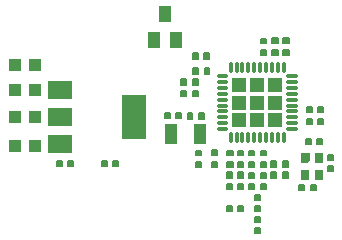
<source format=gbr>
G04 EAGLE Gerber RS-274X export*
G75*
%MOMM*%
%FSLAX34Y34*%
%LPD*%
%INSolderpaste Bottom*%
%IPPOS*%
%AMOC8*
5,1,8,0,0,1.08239X$1,22.5*%
G01*
%ADD10R,1.000000X1.400000*%
%ADD11C,0.177000*%
%ADD12R,1.200578X1.200578*%
%ADD13R,1.201197X1.204200*%
%ADD14R,1.201694X1.197459*%
%ADD15R,1.196956X1.207109*%
%ADD16R,1.198988X1.200675*%
%ADD17R,1.197738X1.197738*%
%ADD18R,1.204091X1.204091*%
%ADD19R,1.205759X1.201647*%
%ADD20R,1.201550X1.199331*%
%ADD21C,0.300000*%
%ADD22R,0.750000X0.850000*%
%ADD23R,1.000000X1.800000*%
%ADD24R,1.100000X1.000000*%
%ADD25R,2.006600X1.498600*%
%ADD26R,2.006600X3.810000*%

G36*
X266274Y123559D02*
X266274Y123559D01*
X266331Y123569D01*
X266345Y123580D01*
X266353Y123582D01*
X266362Y123592D01*
X266397Y123617D01*
X268897Y126117D01*
X268925Y126168D01*
X268958Y126216D01*
X268961Y126233D01*
X268965Y126240D01*
X268964Y126253D01*
X268971Y126296D01*
X268971Y131796D01*
X268967Y131811D01*
X268969Y131827D01*
X268948Y131878D01*
X268932Y131931D01*
X268920Y131942D01*
X268914Y131956D01*
X268868Y131988D01*
X268827Y132025D01*
X268811Y132027D01*
X268798Y132036D01*
X268718Y132049D01*
X261718Y132049D01*
X261703Y132045D01*
X261687Y132047D01*
X261636Y132026D01*
X261583Y132010D01*
X261572Y131998D01*
X261558Y131992D01*
X261526Y131946D01*
X261489Y131905D01*
X261487Y131889D01*
X261478Y131876D01*
X261465Y131796D01*
X261465Y123796D01*
X261469Y123781D01*
X261467Y123765D01*
X261488Y123714D01*
X261504Y123661D01*
X261516Y123650D01*
X261522Y123636D01*
X261568Y123604D01*
X261609Y123567D01*
X261625Y123565D01*
X261638Y123556D01*
X261718Y123543D01*
X266218Y123543D01*
X266274Y123559D01*
G37*
D10*
X146400Y249270D03*
X136900Y227270D03*
X155900Y227270D03*
D11*
X227295Y133865D02*
X227295Y129735D01*
X227295Y133865D02*
X231925Y133865D01*
X231925Y129735D01*
X227295Y129735D01*
X227295Y131416D02*
X231925Y131416D01*
X231925Y133097D02*
X227295Y133097D01*
X227295Y124265D02*
X227295Y120135D01*
X227295Y124265D02*
X231925Y124265D01*
X231925Y120135D01*
X227295Y120135D01*
X227295Y121816D02*
X231925Y121816D01*
X231925Y123497D02*
X227295Y123497D01*
X221925Y124265D02*
X221925Y120135D01*
X217295Y120135D01*
X217295Y124265D01*
X221925Y124265D01*
X221925Y121816D02*
X217295Y121816D01*
X217295Y123497D02*
X221925Y123497D01*
X221925Y129735D02*
X221925Y133865D01*
X221925Y129735D02*
X217295Y129735D01*
X217295Y133865D01*
X221925Y133865D01*
X221925Y131416D02*
X217295Y131416D01*
X217295Y133097D02*
X221925Y133097D01*
X236495Y110735D02*
X240625Y110735D01*
X236495Y110735D02*
X236495Y115365D01*
X240625Y115365D01*
X240625Y110735D01*
X240625Y112416D02*
X236495Y112416D01*
X236495Y114097D02*
X240625Y114097D01*
X246095Y110735D02*
X250225Y110735D01*
X246095Y110735D02*
X246095Y115365D01*
X250225Y115365D01*
X250225Y110735D01*
X250225Y112416D02*
X246095Y112416D01*
X246095Y114097D02*
X250225Y114097D01*
X221925Y105515D02*
X221925Y101385D01*
X217295Y101385D01*
X217295Y105515D01*
X221925Y105515D01*
X221925Y103066D02*
X217295Y103066D01*
X217295Y104747D02*
X221925Y104747D01*
X221925Y110985D02*
X221925Y115115D01*
X221925Y110985D02*
X217295Y110985D01*
X217295Y115115D01*
X221925Y115115D01*
X221925Y112666D02*
X217295Y112666D01*
X217295Y114347D02*
X221925Y114347D01*
X203125Y101135D02*
X198995Y101135D01*
X198995Y105765D01*
X203125Y105765D01*
X203125Y101135D01*
X203125Y102816D02*
X198995Y102816D01*
X198995Y104497D02*
X203125Y104497D01*
X208595Y101135D02*
X212725Y101135D01*
X208595Y101135D02*
X208595Y105765D01*
X212725Y105765D01*
X212725Y101135D01*
X212725Y102816D02*
X208595Y102816D01*
X208595Y104497D02*
X212725Y104497D01*
X212725Y87015D02*
X208595Y87015D01*
X212725Y87015D02*
X212725Y82385D01*
X208595Y82385D01*
X208595Y87015D01*
X208595Y84066D02*
X212725Y84066D01*
X212725Y85747D02*
X208595Y85747D01*
X203125Y87015D02*
X198995Y87015D01*
X203125Y87015D02*
X203125Y82385D01*
X198995Y82385D01*
X198995Y87015D01*
X198995Y84066D02*
X203125Y84066D01*
X203125Y85747D02*
X198995Y85747D01*
X208595Y115365D02*
X212725Y115365D01*
X212725Y110735D01*
X208595Y110735D01*
X208595Y115365D01*
X208595Y112416D02*
X212725Y112416D01*
X212725Y114097D02*
X208595Y114097D01*
X203125Y115365D02*
X198995Y115365D01*
X203125Y115365D02*
X203125Y110735D01*
X198995Y110735D01*
X198995Y115365D01*
X198995Y112416D02*
X203125Y112416D01*
X203125Y114097D02*
X198995Y114097D01*
X227295Y115115D02*
X227295Y110985D01*
X227295Y115115D02*
X231925Y115115D01*
X231925Y110985D01*
X227295Y110985D01*
X227295Y112666D02*
X231925Y112666D01*
X231925Y114347D02*
X227295Y114347D01*
X227295Y105515D02*
X227295Y101385D01*
X227295Y105515D02*
X231925Y105515D01*
X231925Y101385D01*
X227295Y101385D01*
X227295Y103066D02*
X231925Y103066D01*
X231925Y104747D02*
X227295Y104747D01*
X276325Y171079D02*
X280455Y171079D01*
X280455Y166449D01*
X276325Y166449D01*
X276325Y171079D01*
X276325Y168130D02*
X280455Y168130D01*
X280455Y169811D02*
X276325Y169811D01*
X270855Y171079D02*
X266725Y171079D01*
X270855Y171079D02*
X270855Y166449D01*
X266725Y166449D01*
X266725Y171079D01*
X266725Y168130D02*
X270855Y168130D01*
X270855Y169811D02*
X266725Y169811D01*
X266725Y156137D02*
X270855Y156137D01*
X266725Y156137D02*
X266725Y160767D01*
X270855Y160767D01*
X270855Y156137D01*
X270855Y157818D02*
X266725Y157818D01*
X266725Y159499D02*
X270855Y159499D01*
X276325Y156137D02*
X280455Y156137D01*
X276325Y156137D02*
X276325Y160767D01*
X280455Y160767D01*
X280455Y156137D01*
X280455Y157818D02*
X276325Y157818D01*
X276325Y159499D02*
X280455Y159499D01*
X222295Y96365D02*
X222295Y92235D01*
X222295Y96365D02*
X226925Y96365D01*
X226925Y92235D01*
X222295Y92235D01*
X222295Y93916D02*
X226925Y93916D01*
X226925Y95597D02*
X222295Y95597D01*
X222295Y86765D02*
X222295Y82635D01*
X222295Y86765D02*
X226925Y86765D01*
X226925Y82635D01*
X222295Y82635D01*
X222295Y84316D02*
X226925Y84316D01*
X226925Y85997D02*
X222295Y85997D01*
X222295Y77615D02*
X222295Y73485D01*
X222295Y77615D02*
X226925Y77615D01*
X226925Y73485D01*
X222295Y73485D01*
X222295Y75166D02*
X226925Y75166D01*
X226925Y76847D02*
X222295Y76847D01*
X222295Y68015D02*
X222295Y63885D01*
X222295Y68015D02*
X226925Y68015D01*
X226925Y63885D01*
X222295Y63885D01*
X222295Y65566D02*
X226925Y65566D01*
X226925Y67247D02*
X222295Y67247D01*
D12*
X224413Y174503D03*
D13*
X224416Y189521D03*
D14*
X224418Y159487D03*
D15*
X209395Y189536D03*
D16*
X209405Y174503D03*
D17*
X209399Y159489D03*
D18*
X239430Y189520D03*
D19*
X239439Y174508D03*
D20*
X239418Y159497D03*
D21*
X201910Y201000D02*
X201910Y207000D01*
X206910Y207000D02*
X206910Y201000D01*
X211910Y201000D02*
X211910Y207000D01*
X216910Y207000D02*
X216910Y201000D01*
X221910Y201000D02*
X221910Y207000D01*
X226910Y207000D02*
X226910Y201000D01*
X231910Y201000D02*
X231910Y207000D01*
X236910Y207000D02*
X236910Y201000D01*
X241910Y201000D02*
X241910Y207000D01*
X246910Y207000D02*
X246910Y201000D01*
X250910Y197000D02*
X256910Y197000D01*
X256910Y192000D02*
X250910Y192000D01*
X250910Y187000D02*
X256910Y187000D01*
X256910Y182000D02*
X250910Y182000D01*
X250910Y177000D02*
X256910Y177000D01*
X256910Y172000D02*
X250910Y172000D01*
X250910Y167000D02*
X256910Y167000D01*
X256910Y162000D02*
X250910Y162000D01*
X250910Y157000D02*
X256910Y157000D01*
X256910Y152000D02*
X250910Y152000D01*
X246910Y148000D02*
X246910Y142000D01*
X241910Y142000D02*
X241910Y148000D01*
X236910Y148000D02*
X236910Y142000D01*
X231910Y142000D02*
X231910Y148000D01*
X226910Y148000D02*
X226910Y142000D01*
X221910Y142000D02*
X221910Y148000D01*
X216910Y148000D02*
X216910Y142000D01*
X211910Y142000D02*
X211910Y148000D01*
X206910Y148000D02*
X206910Y142000D01*
X201910Y142000D02*
X201910Y148000D01*
X197910Y152000D02*
X191910Y152000D01*
X191910Y157000D02*
X197910Y157000D01*
X197910Y162000D02*
X191910Y162000D01*
X191910Y167000D02*
X197910Y167000D01*
X197910Y172000D02*
X191910Y172000D01*
X191910Y177000D02*
X197910Y177000D01*
X197910Y182000D02*
X191910Y182000D01*
X191910Y187000D02*
X197910Y187000D01*
X197910Y192000D02*
X191910Y192000D01*
X191910Y197000D02*
X197910Y197000D01*
D11*
X198965Y133865D02*
X198965Y129735D01*
X198965Y133865D02*
X203595Y133865D01*
X203595Y129735D01*
X198965Y129735D01*
X198965Y131416D02*
X203595Y131416D01*
X203595Y133097D02*
X198965Y133097D01*
X198965Y124265D02*
X198965Y120135D01*
X198965Y124265D02*
X203595Y124265D01*
X203595Y120135D01*
X198965Y120135D01*
X198965Y121816D02*
X203595Y121816D01*
X203595Y123497D02*
X198965Y123497D01*
X208165Y129735D02*
X208165Y133865D01*
X212795Y133865D01*
X212795Y129735D01*
X208165Y129735D01*
X208165Y131416D02*
X212795Y131416D01*
X212795Y133097D02*
X208165Y133097D01*
X208165Y124265D02*
X208165Y120135D01*
X208165Y124265D02*
X212795Y124265D01*
X212795Y120135D01*
X208165Y120135D01*
X208165Y121816D02*
X212795Y121816D01*
X212795Y123497D02*
X208165Y123497D01*
X172437Y129735D02*
X172437Y133865D01*
X177067Y133865D01*
X177067Y129735D01*
X172437Y129735D01*
X172437Y131416D02*
X177067Y131416D01*
X177067Y133097D02*
X172437Y133097D01*
X172437Y124265D02*
X172437Y120135D01*
X172437Y124265D02*
X177067Y124265D01*
X177067Y120135D01*
X172437Y120135D01*
X172437Y121816D02*
X177067Y121816D01*
X177067Y123497D02*
X172437Y123497D01*
X265475Y139385D02*
X269605Y139385D01*
X265475Y139385D02*
X265475Y144015D01*
X269605Y144015D01*
X269605Y139385D01*
X269605Y141066D02*
X265475Y141066D01*
X265475Y142747D02*
X269605Y142747D01*
X275075Y139385D02*
X279205Y139385D01*
X275075Y139385D02*
X275075Y144015D01*
X279205Y144015D01*
X279205Y139385D01*
X279205Y141066D02*
X275075Y141066D01*
X275075Y142747D02*
X279205Y142747D01*
X240625Y120005D02*
X236495Y120005D01*
X236495Y124635D01*
X240625Y124635D01*
X240625Y120005D01*
X240625Y121686D02*
X236495Y121686D01*
X236495Y123367D02*
X240625Y123367D01*
X246095Y120005D02*
X250225Y120005D01*
X246095Y120005D02*
X246095Y124635D01*
X250225Y124635D01*
X250225Y120005D01*
X250225Y121686D02*
X246095Y121686D01*
X246095Y123367D02*
X250225Y123367D01*
X251245Y215135D02*
X251245Y219265D01*
X251245Y215135D02*
X246615Y215135D01*
X246615Y219265D01*
X251245Y219265D01*
X251245Y216816D02*
X246615Y216816D01*
X246615Y218497D02*
X251245Y218497D01*
X251245Y224735D02*
X251245Y228865D01*
X251245Y224735D02*
X246615Y224735D01*
X246615Y228865D01*
X251245Y228865D01*
X251245Y226416D02*
X246615Y226416D01*
X246615Y228097D02*
X251245Y228097D01*
X174015Y194315D02*
X169885Y194315D01*
X174015Y194315D02*
X174015Y189685D01*
X169885Y189685D01*
X169885Y194315D01*
X169885Y191366D02*
X174015Y191366D01*
X174015Y193047D02*
X169885Y193047D01*
X164415Y194315D02*
X160285Y194315D01*
X164415Y194315D02*
X164415Y189685D01*
X160285Y189685D01*
X160285Y194315D01*
X160285Y191366D02*
X164415Y191366D01*
X164415Y193047D02*
X160285Y193047D01*
X190525Y124519D02*
X190525Y120389D01*
X185895Y120389D01*
X185895Y124519D01*
X190525Y124519D01*
X190525Y122070D02*
X185895Y122070D01*
X185895Y123751D02*
X190525Y123751D01*
X190525Y129989D02*
X190525Y134119D01*
X190525Y129989D02*
X185895Y129989D01*
X185895Y134119D01*
X190525Y134119D01*
X190525Y131670D02*
X185895Y131670D01*
X185895Y133351D02*
X190525Y133351D01*
D22*
X276718Y113296D03*
X276718Y127796D03*
X265218Y113296D03*
D11*
X183965Y203635D02*
X179835Y203635D01*
X183965Y203635D02*
X183965Y199005D01*
X179835Y199005D01*
X179835Y203635D01*
X179835Y200686D02*
X183965Y200686D01*
X183965Y202367D02*
X179835Y202367D01*
X174365Y203635D02*
X170235Y203635D01*
X174365Y203635D02*
X174365Y199005D01*
X170235Y199005D01*
X170235Y203635D01*
X170235Y200686D02*
X174365Y200686D01*
X174365Y202367D02*
X170235Y202367D01*
X260135Y100357D02*
X264265Y100357D01*
X260135Y100357D02*
X260135Y104987D01*
X264265Y104987D01*
X264265Y100357D01*
X264265Y102038D02*
X260135Y102038D01*
X260135Y103719D02*
X264265Y103719D01*
X269735Y100357D02*
X273865Y100357D01*
X269735Y100357D02*
X269735Y104987D01*
X273865Y104987D01*
X273865Y100357D01*
X273865Y102038D02*
X269735Y102038D01*
X269735Y103719D02*
X273865Y103719D01*
X283959Y125935D02*
X283959Y130065D01*
X288589Y130065D01*
X288589Y125935D01*
X283959Y125935D01*
X283959Y127616D02*
X288589Y127616D01*
X288589Y129297D02*
X283959Y129297D01*
X283959Y120465D02*
X283959Y116335D01*
X283959Y120465D02*
X288589Y120465D01*
X288589Y116335D01*
X283959Y116335D01*
X283959Y118016D02*
X288589Y118016D01*
X288589Y119697D02*
X283959Y119697D01*
D23*
X176154Y148226D03*
X151154Y148226D03*
D11*
X175073Y165341D02*
X179203Y165341D01*
X179203Y160711D01*
X175073Y160711D01*
X175073Y165341D01*
X175073Y162392D02*
X179203Y162392D01*
X179203Y164073D02*
X175073Y164073D01*
X169603Y165341D02*
X165473Y165341D01*
X169603Y165341D02*
X169603Y160711D01*
X165473Y160711D01*
X165473Y165341D01*
X165473Y162392D02*
X169603Y162392D01*
X169603Y164073D02*
X165473Y164073D01*
X159797Y165679D02*
X155667Y165679D01*
X159797Y165679D02*
X159797Y161049D01*
X155667Y161049D01*
X155667Y165679D01*
X155667Y162730D02*
X159797Y162730D01*
X159797Y164411D02*
X155667Y164411D01*
X150197Y165679D02*
X146067Y165679D01*
X150197Y165679D02*
X150197Y161049D01*
X146067Y161049D01*
X146067Y165679D01*
X146067Y162730D02*
X150197Y162730D01*
X150197Y164411D02*
X146067Y164411D01*
X97285Y120781D02*
X93155Y120781D01*
X93155Y125411D01*
X97285Y125411D01*
X97285Y120781D01*
X97285Y122462D02*
X93155Y122462D01*
X93155Y124143D02*
X97285Y124143D01*
X102755Y120781D02*
X106885Y120781D01*
X102755Y120781D02*
X102755Y125411D01*
X106885Y125411D01*
X106885Y120781D01*
X106885Y122462D02*
X102755Y122462D01*
X102755Y124143D02*
X106885Y124143D01*
X59145Y120633D02*
X55015Y120633D01*
X55015Y125263D01*
X59145Y125263D01*
X59145Y120633D01*
X59145Y122314D02*
X55015Y122314D01*
X55015Y123995D02*
X59145Y123995D01*
X64615Y120633D02*
X68745Y120633D01*
X64615Y120633D02*
X64615Y125263D01*
X68745Y125263D01*
X68745Y120633D01*
X68745Y122314D02*
X64615Y122314D01*
X64615Y123995D02*
X68745Y123995D01*
D24*
X36076Y206026D03*
X19076Y206026D03*
X36076Y185226D03*
X19076Y185226D03*
X36124Y162374D03*
X19124Y162374D03*
X36124Y138074D03*
X19124Y138074D03*
D11*
X232135Y215035D02*
X232135Y219165D01*
X232135Y215035D02*
X227505Y215035D01*
X227505Y219165D01*
X232135Y219165D01*
X232135Y216716D02*
X227505Y216716D01*
X227505Y218397D02*
X232135Y218397D01*
X232135Y224635D02*
X232135Y228765D01*
X232135Y224635D02*
X227505Y224635D01*
X227505Y228765D01*
X232135Y228765D01*
X232135Y226316D02*
X227505Y226316D01*
X227505Y227997D02*
X232135Y227997D01*
X174241Y211499D02*
X170111Y211499D01*
X170111Y216129D01*
X174241Y216129D01*
X174241Y211499D01*
X174241Y213180D02*
X170111Y213180D01*
X170111Y214861D02*
X174241Y214861D01*
X179711Y211499D02*
X183841Y211499D01*
X179711Y211499D02*
X179711Y216129D01*
X183841Y216129D01*
X183841Y211499D01*
X183841Y213180D02*
X179711Y213180D01*
X179711Y214861D02*
X183841Y214861D01*
D25*
X57528Y139368D03*
X57528Y162228D03*
X57528Y185088D03*
D26*
X120520Y161974D03*
D11*
X237185Y224735D02*
X237185Y228865D01*
X241815Y228865D01*
X241815Y224735D01*
X237185Y224735D01*
X237185Y226416D02*
X241815Y226416D01*
X241815Y228097D02*
X237185Y228097D01*
X237185Y219265D02*
X237185Y215135D01*
X237185Y219265D02*
X241815Y219265D01*
X241815Y215135D01*
X237185Y215135D01*
X237185Y216816D02*
X241815Y216816D01*
X241815Y218497D02*
X237185Y218497D01*
X164397Y180057D02*
X160267Y180057D01*
X160267Y184687D01*
X164397Y184687D01*
X164397Y180057D01*
X164397Y181738D02*
X160267Y181738D01*
X160267Y183419D02*
X164397Y183419D01*
X169867Y180057D02*
X173997Y180057D01*
X169867Y180057D02*
X169867Y184687D01*
X173997Y184687D01*
X173997Y180057D01*
X173997Y181738D02*
X169867Y181738D01*
X169867Y183419D02*
X173997Y183419D01*
M02*

</source>
